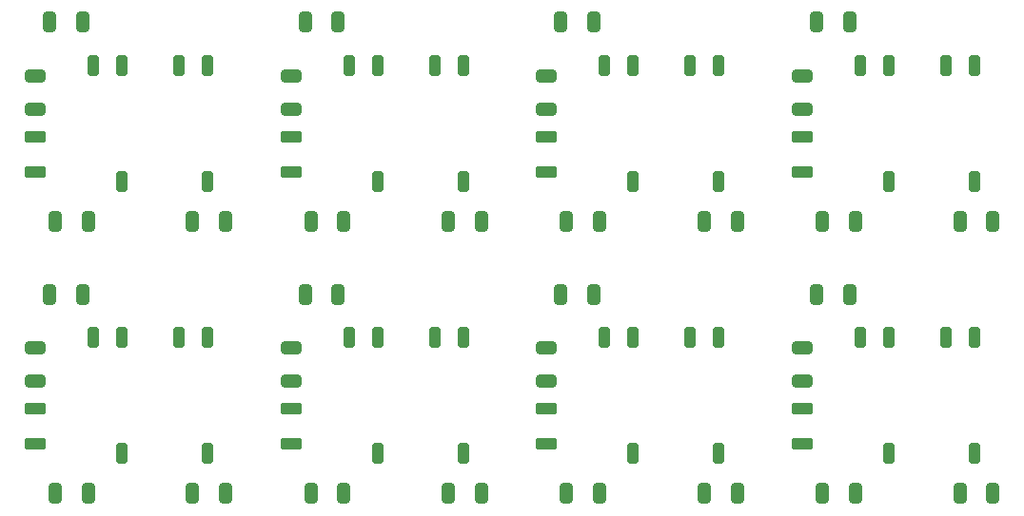
<source format=gbr>
%TF.GenerationSoftware,KiCad,Pcbnew,8.0.6*%
%TF.CreationDate,2024-11-11T11:34:17+07:00*%
%TF.ProjectId,HV-BOARD - pannel,48562d42-4f41-4524-9420-2d2070616e6e,rev?*%
%TF.SameCoordinates,Original*%
%TF.FileFunction,Paste,Top*%
%TF.FilePolarity,Positive*%
%FSLAX46Y46*%
G04 Gerber Fmt 4.6, Leading zero omitted, Abs format (unit mm)*
G04 Created by KiCad (PCBNEW 8.0.6) date 2024-11-11 11:34:17*
%MOMM*%
%LPD*%
G01*
G04 APERTURE LIST*
G04 Aperture macros list*
%AMRoundRect*
0 Rectangle with rounded corners*
0 $1 Rounding radius*
0 $2 $3 $4 $5 $6 $7 $8 $9 X,Y pos of 4 corners*
0 Add a 4 corners polygon primitive as box body*
4,1,4,$2,$3,$4,$5,$6,$7,$8,$9,$2,$3,0*
0 Add four circle primitives for the rounded corners*
1,1,$1+$1,$2,$3*
1,1,$1+$1,$4,$5*
1,1,$1+$1,$6,$7*
1,1,$1+$1,$8,$9*
0 Add four rect primitives between the rounded corners*
20,1,$1+$1,$2,$3,$4,$5,0*
20,1,$1+$1,$4,$5,$6,$7,0*
20,1,$1+$1,$6,$7,$8,$9,0*
20,1,$1+$1,$8,$9,$2,$3,0*%
G04 Aperture macros list end*
%ADD10RoundRect,0.250000X0.250000X0.675000X-0.250000X0.675000X-0.250000X-0.675000X0.250000X-0.675000X0*%
%ADD11RoundRect,0.250000X-0.325000X-0.650000X0.325000X-0.650000X0.325000X0.650000X-0.325000X0.650000X0*%
%ADD12RoundRect,0.250000X0.325000X0.650000X-0.325000X0.650000X-0.325000X-0.650000X0.325000X-0.650000X0*%
%ADD13RoundRect,0.250000X-0.650000X0.325000X-0.650000X-0.325000X0.650000X-0.325000X0.650000X0.325000X0*%
%ADD14RoundRect,0.250000X0.700000X-0.275000X0.700000X0.275000X-0.700000X0.275000X-0.700000X-0.275000X0*%
G04 APERTURE END LIST*
D10*
%TO.C,B1*%
X70079996Y-37575001D03*
X67539996Y-37575001D03*
X62459996Y-37575001D03*
X59919996Y-37575001D03*
X62459996Y-47925001D03*
X70079996Y-47925001D03*
%TD*%
D11*
%TO.C,C10*%
X33774997Y-51500001D03*
X36724997Y-51500001D03*
%TD*%
%TO.C,C12*%
X33274997Y-9500001D03*
X36224997Y-9500001D03*
%TD*%
D12*
%TO.C,C13*%
X48974997Y-51500001D03*
X46024997Y-51500001D03*
%TD*%
D13*
%TO.C,C11*%
X9249998Y-38525001D03*
X9249998Y-41475001D03*
%TD*%
D14*
%TO.C,L1*%
X54749996Y-22825001D03*
X54749996Y-19675001D03*
%TD*%
D10*
%TO.C,B1*%
X92829995Y-13325001D03*
X90289995Y-13325001D03*
X85209995Y-13325001D03*
X82669995Y-13325001D03*
X85209995Y-23675001D03*
X92829995Y-23675001D03*
%TD*%
D11*
%TO.C,C12*%
X10524998Y-33750001D03*
X13474998Y-33750001D03*
%TD*%
D12*
%TO.C,C13*%
X71724996Y-27250001D03*
X68774996Y-27250001D03*
%TD*%
D11*
%TO.C,C10*%
X11024998Y-51500001D03*
X13974998Y-51500001D03*
%TD*%
D14*
%TO.C,L1*%
X9249998Y-22825001D03*
X9249998Y-19675001D03*
%TD*%
D10*
%TO.C,B1*%
X47329997Y-13325001D03*
X44789997Y-13325001D03*
X39709997Y-13325001D03*
X37169997Y-13325001D03*
X39709997Y-23675001D03*
X47329997Y-23675001D03*
%TD*%
D11*
%TO.C,C12*%
X33274997Y-33750001D03*
X36224997Y-33750001D03*
%TD*%
D13*
%TO.C,C11*%
X31999997Y-14275001D03*
X31999997Y-17225001D03*
%TD*%
D12*
%TO.C,C13*%
X94474995Y-27250001D03*
X91524995Y-27250001D03*
%TD*%
D11*
%TO.C,C12*%
X56024996Y-9500001D03*
X58974996Y-9500001D03*
%TD*%
%TO.C,C10*%
X56524996Y-51500001D03*
X59474996Y-51500001D03*
%TD*%
D10*
%TO.C,B1*%
X24579998Y-37575001D03*
X22039998Y-37575001D03*
X16959998Y-37575001D03*
X14419998Y-37575001D03*
X16959998Y-47925001D03*
X24579998Y-47925001D03*
%TD*%
D13*
%TO.C,C11*%
X77499995Y-14275001D03*
X77499995Y-17225001D03*
%TD*%
D11*
%TO.C,C10*%
X33774997Y-27250001D03*
X36724997Y-27250001D03*
%TD*%
D13*
%TO.C,C11*%
X77499995Y-38525001D03*
X77499995Y-41475001D03*
%TD*%
D11*
%TO.C,C12*%
X78774995Y-9500001D03*
X81724995Y-9500001D03*
%TD*%
D12*
%TO.C,C13*%
X71724996Y-51500001D03*
X68774996Y-51500001D03*
%TD*%
%TO.C,C13*%
X94474995Y-51500001D03*
X91524995Y-51500001D03*
%TD*%
D11*
%TO.C,C12*%
X78774995Y-33750001D03*
X81724995Y-33750001D03*
%TD*%
D12*
%TO.C,C13*%
X48974997Y-27250001D03*
X46024997Y-27250001D03*
%TD*%
D14*
%TO.C,L1*%
X31999997Y-22825001D03*
X31999997Y-19675001D03*
%TD*%
D11*
%TO.C,C10*%
X11024998Y-27250001D03*
X13974998Y-27250001D03*
%TD*%
D13*
%TO.C,C11*%
X54749996Y-14275001D03*
X54749996Y-17225001D03*
%TD*%
D11*
%TO.C,C12*%
X10524998Y-9500001D03*
X13474998Y-9500001D03*
%TD*%
D14*
%TO.C,L1*%
X31999997Y-47075001D03*
X31999997Y-43925001D03*
%TD*%
D11*
%TO.C,C10*%
X56524996Y-27250001D03*
X59474996Y-27250001D03*
%TD*%
%TO.C,C10*%
X79274995Y-51500001D03*
X82224995Y-51500001D03*
%TD*%
D10*
%TO.C,B1*%
X47329997Y-37575001D03*
X44789997Y-37575001D03*
X39709997Y-37575001D03*
X37169997Y-37575001D03*
X39709997Y-47925001D03*
X47329997Y-47925001D03*
%TD*%
D12*
%TO.C,C13*%
X26224998Y-27250001D03*
X23274998Y-27250001D03*
%TD*%
D14*
%TO.C,L1*%
X77499995Y-47075001D03*
X77499995Y-43925001D03*
%TD*%
%TO.C,L1*%
X9249998Y-47075001D03*
X9249998Y-43925001D03*
%TD*%
D10*
%TO.C,B1*%
X92829995Y-37575001D03*
X90289995Y-37575001D03*
X85209995Y-37575001D03*
X82669995Y-37575001D03*
X85209995Y-47925001D03*
X92829995Y-47925001D03*
%TD*%
D11*
%TO.C,C10*%
X79274995Y-27250001D03*
X82224995Y-27250001D03*
%TD*%
%TO.C,C12*%
X56024996Y-33750001D03*
X58974996Y-33750001D03*
%TD*%
D13*
%TO.C,C11*%
X31999997Y-38525001D03*
X31999997Y-41475001D03*
%TD*%
%TO.C,C11*%
X54749996Y-38525001D03*
X54749996Y-41475001D03*
%TD*%
D12*
%TO.C,C13*%
X26224998Y-51500001D03*
X23274998Y-51500001D03*
%TD*%
D10*
%TO.C,B1*%
X24579998Y-13325001D03*
X22039998Y-13325001D03*
X16959998Y-13325001D03*
X14419998Y-13325001D03*
X16959998Y-23675001D03*
X24579998Y-23675001D03*
%TD*%
D14*
%TO.C,L1*%
X77499995Y-22825001D03*
X77499995Y-19675001D03*
%TD*%
%TO.C,L1*%
X54749996Y-47075001D03*
X54749996Y-43925001D03*
%TD*%
D10*
%TO.C,B1*%
X70079996Y-13325001D03*
X67539996Y-13325001D03*
X62459996Y-13325001D03*
X59919996Y-13325001D03*
X62459996Y-23675001D03*
X70079996Y-23675001D03*
%TD*%
D13*
%TO.C,C11*%
X9249998Y-14275001D03*
X9249998Y-17225001D03*
%TD*%
M02*

</source>
